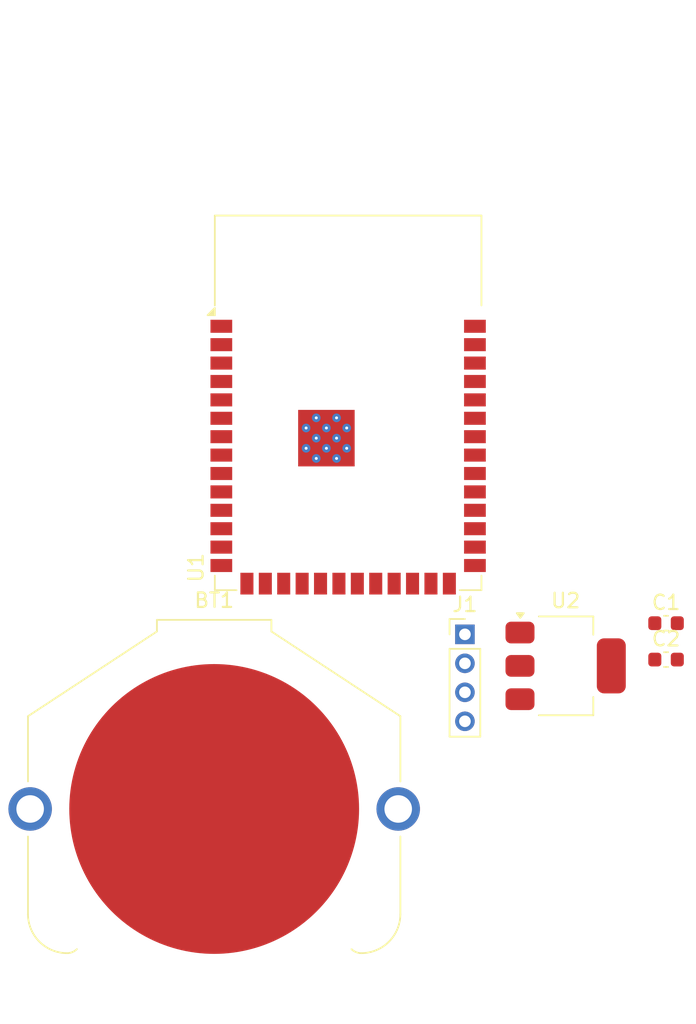
<source format=kicad_pcb>
(kicad_pcb (version 20240108) (generator "pcbnew") (generator_version "8.0")
  (layers (0 "F.Cu" signal) (31 "B.Cu" signal) (34 "B.Paste" user) (35 "F.Paste" user) (36 "B.SilkS" user "B.Silkscreen") (37 "F.SilkS" user "F.Silkscreen") (38 "B.Mask" user) (39 "F.Mask" user) (44 "Edge.Cuts" user))
  (net 0 "")
  (net 1 "GND")
  (net 2 "+3V3")
  (net 3 "+5V")
  (net 4 "+3.3V")
  (net 5 "/SDA")
  (net 6 "/SCL")
  (net 16 "Net-(U1-IO19)")
  (net 19 "Net-(U1-IO20)")
  (footprint "Capacitor_SMD:C_0603_1608Metric" (layer "F.Cu") (at 132.225 94.5)
    (property "Reference" "C2" (at 0 -1.43 0) (layer "F.SilkS"))
    (property "Value" "22u")
    (fp_line (start -0.14058 -0.51) (end 0.14058 -0.51) (stroke (width 0.12)) (layer "F.SilkS"))
    (fp_line (start -0.14058 0.51) (end 0.14058 0.51) (stroke (width 0.12)) (layer "F.SilkS"))
    (pad "1" smd roundrect (at -0.775 0) (size 0.9 0.95) (layers "F.Cu" "F.Paste" "F.Mask") (net 1 "GND"))
    (pad "2" smd roundrect (at 0.775 0) (size 0.9 0.95) (layers "F.Cu" "F.Paste" "F.Mask") (net 4 "+3.3V"))
  )
  (footprint "RF_Module:ESP32-S3-WROOM-1" (layer "F.Cu") (at 110.285 76.76)
    (property "Reference" "U1" (at -10.5 11.4 90) (layer "F.SilkS"))
    (property "Value" "ESP32-S3-WROOM-1")
    (fp_line (start -9.2 -12.9) (end -9.2 -6.7) (stroke (width 0.12)) (layer "F.SilkS"))
    (fp_line (start -9.2 -12.9) (end 9.2 -12.9) (stroke (width 0.12)) (layer "F.SilkS"))
    (fp_line (start -9.2 11.95) (end -9.2 12.95) (stroke (width 0.12)) (layer "F.SilkS"))
    (fp_line (start -9.2 12.95) (end -7.7 12.95) (stroke (width 0.12)) (layer "F.SilkS"))
    (fp_line (start 9.2 -12.9) (end 9.2 -6.7) (stroke (width 0.12)) (layer "F.SilkS"))
    (fp_line (start 9.2 12.95) (end 7.7 12.95) (stroke (width 0.12)) (layer "F.SilkS"))
    (fp_line (start 9.2 12.95) (end 9.2 11.95) (stroke (width 0.12)) (layer "F.SilkS"))
    (fp_poly (pts (xy -9.2 -6.025) (xy -9.7 -6.025) (xy -9.2 -6.525) (xy -9.2 -6.025)) (stroke (width 0.12)) (fill solid) (layer "F.SilkS"))
    (pad "1" smd rect (at -8.75 -5.26) (size 1.5 0.9) (layers "F.Cu" "F.Paste" "F.Mask") (net 1 "GND"))
    (pad "2" smd rect (at -8.75 -3.99) (size 1.5 0.9) (layers "F.Cu" "F.Paste" "F.Mask") (net 2 "+3V3"))
    (pad "3" smd rect (at -8.75 -2.72) (size 1.5 0.9) (layers "F.Cu" "F.Paste" "F.Mask"))
    (pad "4" smd rect (at -8.75 -1.45) (size 1.5 0.9) (layers "F.Cu" "F.Paste" "F.Mask"))
    (pad "5" smd rect (at -8.75 -0.18) (size 1.5 0.9) (layers "F.Cu" "F.Paste" "F.Mask"))
    (pad "6" smd rect (at -8.75 1.09) (size 1.5 0.9) (layers "F.Cu" "F.Paste" "F.Mask"))
    (pad "7" smd rect (at -8.75 2.36) (size 1.5 0.9) (layers "F.Cu" "F.Paste" "F.Mask"))
    (pad "8" smd rect (at -8.75 3.63) (size 1.5 0.9) (layers "F.Cu" "F.Paste" "F.Mask"))
    (pad "9" smd rect (at -8.75 4.9) (size 1.5 0.9) (layers "F.Cu" "F.Paste" "F.Mask"))
    (pad "10" smd rect (at -8.75 6.17) (size 1.5 0.9) (layers "F.Cu" "F.Paste" "F.Mask"))
    (pad "11" smd rect (at -8.75 7.44) (size 1.5 0.9) (layers "F.Cu" "F.Paste" "F.Mask"))
    (pad "12" smd rect (at -8.75 8.71) (size 1.5 0.9) (layers "F.Cu" "F.Paste" "F.Mask"))
    (pad "13" smd rect (at -8.75 9.98) (size 1.5 0.9) (layers "F.Cu" "F.Paste" "F.Mask") (net 16 "Net-(U1-IO19)"))
    (pad "14" smd rect (at -8.75 11.25 180) (size 1.5 0.9) (layers "F.Cu" "F.Paste" "F.Mask") (net 19 "Net-(U1-IO20)"))
    (pad "15" smd rect (at -6.985 12.5 270) (size 1.5 0.9) (layers "F.Cu" "F.Paste" "F.Mask"))
    (pad "16" smd rect (at -5.715 12.5 270) (size 1.5 0.9) (layers "F.Cu" "F.Paste" "F.Mask"))
    (pad "17" smd rect (at -4.445 12.5 270) (size 1.5 0.9) (layers "F.Cu" "F.Paste" "F.Mask"))
    (pad "18" smd rect (at -3.175 12.5 270) (size 1.5 0.9) (layers "F.Cu" "F.Paste" "F.Mask"))
    (pad "19" smd rect (at -1.905 12.5 270) (size 1.5 0.9) (layers "F.Cu" "F.Paste" "F.Mask"))
    (pad "20" smd rect (at -0.635 12.5 270) (size 1.5 0.9) (layers "F.Cu" "F.Paste" "F.Mask"))
    (pad "21" smd rect (at 0.635 12.5 270) (size 1.5 0.9) (layers "F.Cu" "F.Paste" "F.Mask"))
    (pad "22" smd rect (at 1.905 12.5 270) (size 1.5 0.9) (layers "F.Cu" "F.Paste" "F.Mask"))
    (pad "23" smd rect (at 3.175 12.5 270) (size 1.5 0.9) (layers "F.Cu" "F.Paste" "F.Mask"))
    (pad "24" smd rect (at 4.445 12.5 270) (size 1.5 0.9) (layers "F.Cu" "F.Paste" "F.Mask"))
    (pad "25" smd rect (at 5.715 12.5 270) (size 1.5 0.9) (layers "F.Cu" "F.Paste" "F.Mask"))
    (pad "26" smd rect (at 6.985 12.5 270) (size 1.5 0.9) (layers "F.Cu" "F.Paste" "F.Mask"))
    (pad "27" smd rect (at 8.75 11.25) (size 1.5 0.9) (layers "F.Cu" "F.Paste" "F.Mask"))
    (pad "28" smd rect (at 8.75 9.98) (size 1.5 0.9) (layers "F.Cu" "F.Paste" "F.Mask"))
    (pad "29" smd rect (at 8.75 8.71) (size 1.5 0.9) (layers "F.Cu" "F.Paste" "F.Mask"))
    (pad "30" smd rect (at 8.75 7.44) (size 1.5 0.9) (layers "F.Cu" "F.Paste" "F.Mask"))
    (pad "31" smd rect (at 8.75 6.17) (size 1.5 0.9) (layers "F.Cu" "F.Paste" "F.Mask"))
    (pad "32" smd rect (at 8.75 4.9) (size 1.5 0.9) (layers "F.Cu" "F.Paste" "F.Mask"))
    (pad "33" smd rect (at 8.75 3.63) (size 1.5 0.9) (layers "F.Cu" "F.Paste" "F.Mask"))
    (pad "34" smd rect (at 8.75 2.36) (size 1.5 0.9) (layers "F.Cu" "F.Paste" "F.Mask"))
    (pad "35" smd rect (at 8.75 1.09) (size 1.5 0.9) (layers "F.Cu" "F.Paste" "F.Mask"))
    (pad "36" smd rect (at 8.75 -0.18) (size 1.5 0.9) (layers "F.Cu" "F.Paste" "F.Mask"))
    (pad "37" smd rect (at 8.75 -1.45) (size 1.5 0.9) (layers "F.Cu" "F.Paste" "F.Mask"))
    (pad "38" smd rect (at 8.75 -2.72) (size 1.5 0.9) (layers "F.Cu" "F.Paste" "F.Mask"))
    (pad "39" smd rect (at 8.75 -3.99) (size 1.5 0.9) (layers "F.Cu" "F.Paste" "F.Mask"))
    (pad "40" smd rect (at 8.75 -5.26) (size 1.5 0.9) (layers "F.Cu" "F.Paste" "F.Mask") (net 1 "GND"))
    (pad "41" thru_hole circle (at -2.9 1.76 90) (size 0.6 0.6) (drill 0.2) (property pad_prop_heatsink) (layers "*.Cu" "F.Mask") (net 1 "GND"))
    (pad "41" thru_hole circle (at -2.9 3.16) (size 0.6 0.6) (drill 0.2) (property pad_prop_heatsink) (layers "*.Cu" "F.Mask") (net 1 "GND"))
    (pad "41" thru_hole circle (at -2.2 1.06) (size 0.6 0.6) (drill 0.2) (property pad_prop_heatsink) (layers "*.Cu" "F.Mask") (net 1 "GND"))
    (pad "41" thru_hole circle (at -2.2 2.46) (size 0.6 0.6) (drill 0.2) (property pad_prop_heatsink) (layers "*.Cu" "F.Mask") (net 1 "GND"))
    (pad "41" thru_hole circle (at -2.2 3.86) (size 0.6 0.6) (drill 0.2) (property pad_prop_heatsink) (layers "*.Cu" "F.Mask") (net 1 "GND"))
    (pad "41" thru_hole circle (at -1.5 1.76) (size 0.6 0.6) (drill 0.2) (property pad_prop_heatsink) (layers "*.Cu" "F.Mask") (net 1 "GND"))
    (pad "41" smd rect (at -1.5 2.46 270) (size 3.9 3.9) (layers "F.Cu" "F.Mask") (net 1 "GND"))
    (pad "41" thru_hole circle (at -1.5 3.16) (size 0.6 0.6) (drill 0.2) (property pad_prop_heatsink) (layers "*.Cu" "F.Mask") (net 1 "GND"))
    (pad "41" thru_hole circle (at -0.8 1.06) (size 0.6 0.6) (drill 0.2) (property pad_prop_heatsink) (layers "*.Cu" "F.Mask") (net 1 "GND"))
    (pad "41" thru_hole circle (at -0.8 2.46) (size 0.6 0.6) (drill 0.2) (property pad_prop_heatsink) (layers "*.Cu" "F.Mask") (net 1 "GND"))
    (pad "41" thru_hole circle (at -0.8 3.86) (size 0.6 0.6) (drill 0.2) (property pad_prop_heatsink) (layers "*.Cu" "F.Mask") (net 1 "GND"))
    (pad "41" thru_hole circle (at -0.1 1.76) (size 0.6 0.6) (drill 0.2) (property pad_prop_heatsink) (layers "*.Cu" "F.Mask") (net 1 "GND"))
    (pad "41" thru_hole circle (at -0.1 3.16) (size 0.6 0.6) (drill 0.2) (property pad_prop_heatsink) (layers "*.Cu" "F.Mask") (net 1 "GND"))
  )
  (footprint "Capacitor_SMD:C_0603_1608Metric" (layer "F.Cu") (at 132.225 91.99)
    (property "Reference" "C1" (at 0 -1.43 0) (layer "F.SilkS"))
    (property "Value" "22u")
    (fp_line (start -0.14058 -0.51) (end 0.14058 -0.51) (stroke (width 0.12)) (layer "F.SilkS"))
    (fp_line (start -0.14058 0.51) (end 0.14058 0.51) (stroke (width 0.12)) (layer "F.SilkS"))
    (pad "1" smd roundrect (at -0.775 0) (size 0.9 0.95) (layers "F.Cu" "F.Paste" "F.Mask") (net 1 "GND"))
    (pad "2" smd roundrect (at 0.775 0) (size 0.9 0.95) (layers "F.Cu" "F.Paste" "F.Mask") (net 3 "+5V"))
  )
  (footprint "Package_TO_SOT_SMD:SOT-223-3_TabPin2" (layer "F.Cu") (at 125.295 94.935)
    (property "Reference" "U2" (at 0 -4.5 0) (layer "F.SilkS"))
    (property "Value" "AZ1117-3.3")
    (fp_line (start -1.85 -3.41) (end 1.91 -3.41) (stroke (width 0.12)) (layer "F.SilkS"))
    (fp_line (start -1.85 3.41) (end 1.91 3.41) (stroke (width 0.12)) (layer "F.SilkS"))
    (fp_line (start 1.91 -3.41) (end 1.91 -2.15) (stroke (width 0.12)) (layer "F.SilkS"))
    (fp_line (start 1.91 3.41) (end 1.91 2.15) (stroke (width 0.12)) (layer "F.SilkS"))
    (fp_poly (pts (xy -3.13 -3.31) (xy -3.37 -3.64) (xy -2.89 -3.64) (xy -3.13 -3.31)) (stroke (width 0.12)) (fill solid) (layer "F.SilkS"))
    (pad "1" smd roundrect (at -3.15 -2.3) (size 2 1.5) (layers "F.Cu" "F.Paste" "F.Mask") (net 1 "GND"))
    (pad "2" smd roundrect (at -3.15 0) (size 2 1.5) (layers "F.Cu" "F.Paste" "F.Mask") (net 4 "+3.3V"))
    (pad "2" smd roundrect (at 3.15 0) (size 2 3.8) (layers "F.Cu" "F.Paste" "F.Mask") (net 4 "+3.3V"))
    (pad "3" smd roundrect (at -3.15 2.3) (size 2 1.5) (layers "F.Cu" "F.Paste" "F.Mask") (net 3 "+5V"))
  )
  (footprint "Battery:BatteryHolder_Keystone_3009_1x2450" (layer "F.Cu") (at 101.04048 104.81)
    (property "Reference" "BT1" (at 0 -14.4 0) (layer "F.SilkS"))
    (property "Value" "Battery_Cell")
    (fp_line (start -12.85 -6.4) (end -12.85 -1.9) (stroke (width 0.12)) (layer "F.SilkS"))
    (fp_line (start -12.85 1.9) (end -12.85 7.3) (stroke (width 0.12)) (layer "F.SilkS"))
    (fp_line (start -3.95 -13.05) (end -3.95 -12.25) (stroke (width 0.12)) (layer "F.SilkS"))
    (fp_line (start -3.95 -13.05) (end 3.95 -13.05) (stroke (width 0.12)) (layer "F.SilkS"))
    (fp_line (start -3.95 -12.25) (end -12.85 -6.4) (stroke (width 0.12)) (layer "F.SilkS"))
    (fp_line (start 3.95 -13.05) (end 3.95 -12.25) (stroke (width 0.12)) (layer "F.SilkS"))
    (fp_line (start 3.95 -12.25) (end 12.85 -6.4) (stroke (width 0.12)) (layer "F.SilkS"))
    (fp_line (start 12.85 -6.4) (end 12.85 -1.9) (stroke (width 0.12)) (layer "F.SilkS"))
    (fp_line (start 12.85 1.9) (end 12.85 7.3) (stroke (width 0.12)) (layer "F.SilkS"))
    (fp_arc (start -10.15 9.95) (mid -12.059188 9.159188) (end -12.85 7.25) (stroke (width 0.12)) (layer "F.SilkS"))
    (fp_arc (start -9.478249 9.671751) (mid -9.786451 9.877685) (end -10.15 9.95) (stroke (width 0.12)) (layer "F.SilkS"))
    (fp_arc (start 10.15 9.95) (mid 9.786451 9.877686) (end 9.478249 9.671751) (stroke (width 0.12)) (layer "F.SilkS"))
    (fp_arc (start 12.85 7.25) (mid 12.059188 9.159188) (end 10.15 9.95) (stroke (width 0.12)) (layer "F.SilkS"))
    (pad "1" thru_hole circle (at -12.7 0) (size 3 3) (drill 1.9) (layers "*.Cu" "*.Mask") (net 2 "+3V3"))
    (pad "1" thru_hole circle (at 12.7 0) (size 3 3) (drill 1.9) (layers "*.Cu" "*.Mask") (net 2 "+3V3"))
    (pad "2" smd circle (at 0 0) (size 20 20) (layers "F.Cu" "F.Mask") (net 1 "GND"))
  )
  (footprint "Connector_PinHeader_2.00mm:PinHeader_1x04_P2.00mm_Vertical" (layer "F.Cu") (at 118.345 92.76)
    (property "Reference" "J1" (at 0 -2.06 0) (layer "F.SilkS"))
    (property "Value" "Conn_01x04_Pin")
    (fp_line (start -1.06 -1.06) (end 0 -1.06) (stroke (width 0.12)) (layer "F.SilkS"))
    (fp_line (start -1.06 0) (end -1.06 -1.06) (stroke (width 0.12)) (layer "F.SilkS"))
    (fp_line (start -1.06 1) (end -1.06 7.06) (stroke (width 0.12)) (layer "F.SilkS"))
    (fp_line (start -1.06 1) (end 1.06 1) (stroke (width 0.12)) (layer "F.SilkS"))
    (fp_line (start -1.06 7.06) (end 1.06 7.06) (stroke (width 0.12)) (layer "F.SilkS"))
    (fp_line (start 1.06 1) (end 1.06 7.06) (stroke (width 0.12)) (layer "F.SilkS"))
    (pad "1" thru_hole rect (at 0 0) (size 1.35 1.35) (drill 0.8) (layers "*.Cu" "*.Mask") (net 2 "+3V3"))
    (pad "2" thru_hole oval (at 0 2) (size 1.35 1.35) (drill 0.8) (layers "*.Cu" "*.Mask") (net 1 "GND"))
    (pad "3" thru_hole oval (at 0 4) (size 1.35 1.35) (drill 0.8) (layers "*.Cu" "*.Mask") (net 5 "/SDA"))
    (pad "4" thru_hole oval (at 0 6) (size 1.35 1.35) (drill 0.8) (layers "*.Cu" "*.Mask") (net 6 "/SCL"))
  )
)
</source>
